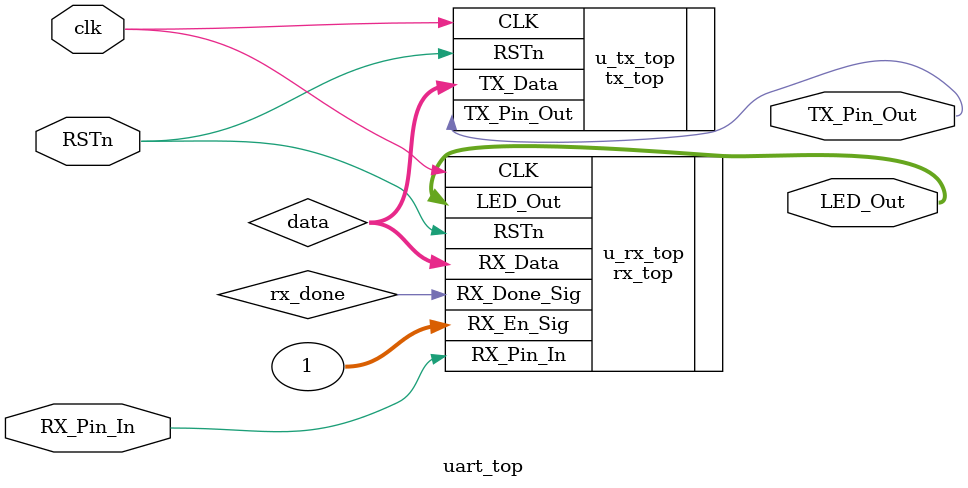
<source format=v>
module uart_top(
    input   clk,
    input   RSTn,
    input   RX_Pin_In,		//F12
	 
    output  TX_Pin_Out,
	output  [7:0]LED_Out		//LED7-LED0
);

wire [7:0] data;
wire rx_done;   //synthesis keep;
rx_top u_rx_top(
    .CLK(clk), 
    .RSTn(RSTn), 
    .RX_Pin_In(RX_Pin_In), 
    .RX_En_Sig(1), 
    .RX_Data(data),
    .RX_Done_Sig(rx_done),
    .LED_Out(LED_Out)
);

wire tx_en;
wire TX_Done_Sig;
tx_top u_tx_top(
    .CLK(clk), 
    .RSTn(RSTn), 
    // .TX_En_Sig(tx_en),
    .TX_Data(data), 
    // .TX_Done_Sig(TX_Done_Sig),   
    .TX_Pin_Out(TX_Pin_Out)  
);

// reg tx_en_reg;

// always @(posedge clk or negedge RSTn) begin
//     if (!RSTn)
//         tx_en_reg <= 1'b0;
//     else if (rx_done)
//         tx_en_reg <= 1'b1;
//     else
//         tx_en_reg <= 1'b0;
// end

// assign tx_en = tx_en_reg;
// assign tx_en = (data & rx_done & TX_Done_Sig) ? 1 : 0;




endmodule
</source>
